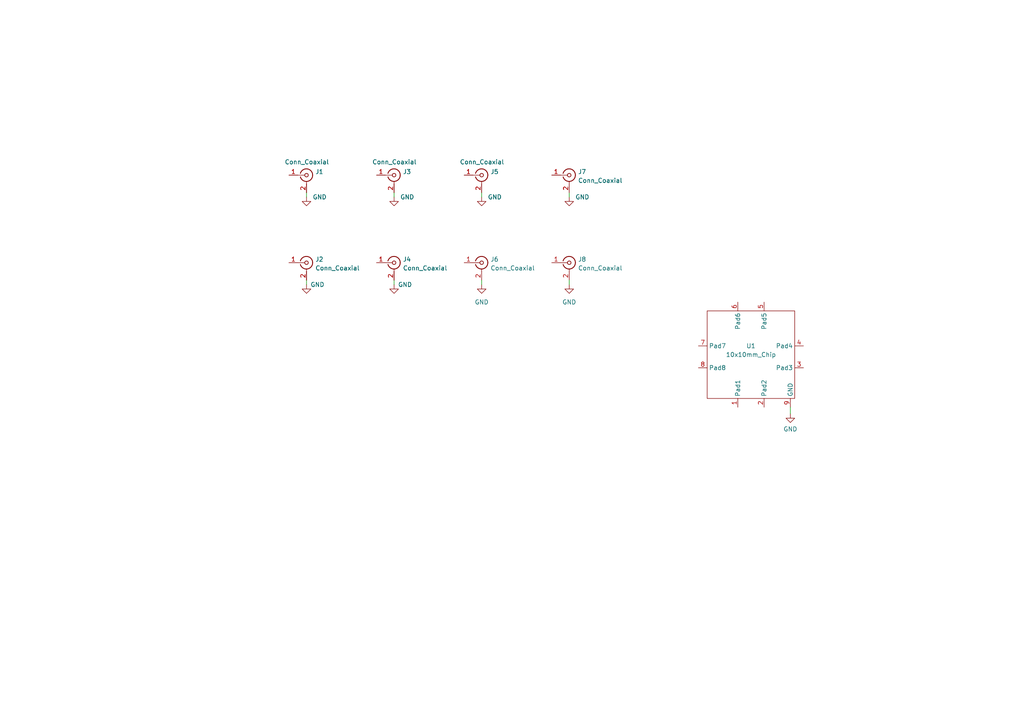
<source format=kicad_sch>
(kicad_sch (version 20211123) (generator eeschema)
  (paper "A4")
  (lib_symbols
    (symbol "Connector:Conn_Coaxial" (pin_names (offset 1.016) hide)
      (property "Reference" "J" (at 0.254 3.048 0))
      (property "Value" "Conn_Coaxial" (at 2.921 0 90))
      (symbol "Conn_Coaxial_0_1"
        (arc (start -1.778 -0.508) (mid 0.222 -1.808) (end 1.778 0) (stroke (width 0.254)))
        (polyline (pts (xy -2.54 0) (xy -0.508 0)))
        (polyline (pts (xy 0 -2.54) (xy 0 -1.778)))
        (circle (center 0 0) (radius 0.508) (stroke (width 0.2032)))
        (arc (start 1.778 0) (mid 0.222 1.8083) (end -1.778 0.508) (stroke (width 0.254)))
      )
      (symbol "Conn_Coaxial_1_1"
        (pin passive line (at -5.08 0 0) (length 2.54) (name "In") (number "1"))
        (pin passive line (at 0 -5.08 90) (length 2.54) (name "Ext") (number "2"))
      )
    )
    (symbol "QT:10x10mm_Chip"
      (property "Reference" "U" (at 0 0 0))
      (property "Value" "10x10mm_Chip" (at 0 3.81 0))
      (symbol "10x10mm_Chip_0_1"
        (rectangle (start -12.7 12.7) (end 12.7 -12.7))
      )
      (symbol "10x10mm_Chip_1_1"
        (pin input line (at -3.81 -15.24 90) (length 2.54) (name "Pad1") (number "1"))
        (pin input line (at 3.81 -15.24 90) (length 2.54) (name "Pad2") (number "2"))
        (pin input line (at 15.24 -3.81 180) (length 2.54) (name "Pad3") (number "3"))
        (pin input line (at 15.24 2.54 180) (length 2.54) (name "Pad4") (number "4"))
        (pin input line (at 3.81 15.24 270) (length 2.54) (name "Pad5") (number "5"))
        (pin input line (at -3.81 15.24 270) (length 2.54) (name "Pad6") (number "6"))
        (pin input line (at -15.24 2.54 0) (length 2.54) (name "Pad7") (number "7"))
        (pin input line (at -15.24 -3.81 0) (length 2.54) (name "Pad8") (number "8"))
        (pin input line (at 11.43 -15.24 90) (length 2.54) (name "GND") (number "9"))
      )
    )
    (symbol "power:GND" (power) (pin_names (offset 0))
      (property "Value" "GND" (at 0 -3.81 0))
      (symbol "GND_0_1"
        (polyline (pts (xy 0 0) (xy 0 -1.27) (xy 1.27 -1.27) (xy 0 -2.54) (xy -1.27 -1.27) (xy 0 -1.27)))
      )
      (symbol "GND_1_1"
        (pin power_in line (at 0 0 270) (length 0) hide (name "GND") (number "1"))
      )
    )
  )
  (wire (pts (xy 229.235 118.11) (xy 229.235 120.015)))
  (wire (pts (xy 139.7 55.88) (xy 139.7 57.15)))
  (wire (pts (xy 165.1 81.28) (xy 165.1 82.55)))
  (wire (pts (xy 114.3 55.88) (xy 114.3 57.15)))
  (wire (pts (xy 165.1 55.88) (xy 165.1 57.15)))
  (wire (pts (xy 88.9 81.28) (xy 88.9 82.55)))
  (wire (pts (xy 88.9 55.88) (xy 88.9 57.15)))
  (wire (pts (xy 114.3 81.28) (xy 114.3 82.55)))
  (wire (pts (xy 139.7 81.28) (xy 139.7 82.55)))
  (symbol (lib_id "power:GND") (at 165.1 82.55 0) (unit 1)
    (property "Reference" "#PWR0104" (effects hide))
    (property "Value" "GND" (at 165.1 87.63 0))
  )
  (symbol (lib_id "Connector:Conn_Coaxial") (at 165.1 50.8 0) (unit 1)
    (property "Reference" "J7" (at 167.64 49.8231 0) (effects (justify left)))
    (property "Value" "Conn_Coaxial" (at 167.64 52.3631 0) (effects (justify left)))
    (property "Footprint" "QT:SV Microwave 2921-40049-1S" (effects hide))
    (property "Datasheet" " ~" (effects hide))
  )
  (symbol (lib_id "Connector:Conn_Coaxial") (at 139.7 50.8 0) (unit 1)
    (property "Reference" "J5" (at 142.24 49.8231 0) (effects (justify left)))
    (property "Value" "Conn_Coaxial" (at 133.35 46.99 0) (effects (justify left)))
    (property "Footprint" "QT:SV Microwave 2921-40049-1S" (effects hide))
    (property "Datasheet" " ~" (effects hide))
  )
  (symbol (lib_id "power:GND") (at 139.7 82.55 0) (unit 1)
    (property "Reference" "#PWR0108" (effects hide))
    (property "Value" "GND" (at 139.7 87.63 0))
  )
  (symbol (lib_id "power:GND") (at 229.235 120.015 0) (unit 1)
    (property "Reference" "#PWR0109" (effects hide))
    (property "Value" "GND" (at 229.235 124.46 0))
  )
  (symbol (lib_id "power:GND") (at 88.9 57.15 0) (unit 1)
    (property "Reference" "#PWR0101" (effects hide))
    (property "Value" "GND" (at 92.71 57.15 0))
  )
  (symbol (lib_id "Connector:Conn_Coaxial") (at 165.1 76.2 0) (unit 1)
    (property "Reference" "J8" (at 167.64 75.2231 0) (effects (justify left)))
    (property "Value" "Conn_Coaxial" (at 167.64 77.7631 0) (effects (justify left)))
    (property "Footprint" "QT:SV Microwave 2921-40049-1S" (effects hide))
    (property "Datasheet" " ~" (effects hide))
  )
  (symbol (lib_id "Connector:Conn_Coaxial") (at 114.3 76.2 0) (unit 1)
    (property "Reference" "J4" (at 116.84 75.2231 0) (effects (justify left)))
    (property "Value" "Conn_Coaxial" (at 116.84 77.7631 0) (effects (justify left)))
    (property "Footprint" "QT:SV Microwave 2921-40049-1S" (effects hide))
    (property "Datasheet" " ~" (effects hide))
  )
  (symbol (lib_id "Connector:Conn_Coaxial") (at 139.7 76.2 0) (unit 1)
    (property "Reference" "J6" (at 142.24 75.2231 0) (effects (justify left)))
    (property "Value" "Conn_Coaxial" (at 142.24 77.7631 0) (effects (justify left)))
    (property "Footprint" "QT:SV Microwave 2921-40049-1S" (effects hide))
    (property "Datasheet" " ~" (effects hide))
  )
  (symbol (lib_id "power:GND") (at 114.3 57.15 0) (unit 1)
    (property "Reference" "#PWR0102" (effects hide))
    (property "Value" "GND" (at 118.11 57.15 0))
  )
  (symbol (lib_id "Connector:Conn_Coaxial") (at 114.3 50.8 0) (unit 1)
    (property "Reference" "J3" (at 116.84 49.8231 0) (effects (justify left)))
    (property "Value" "Conn_Coaxial" (at 107.95 46.99 0) (effects (justify left)))
    (property "Footprint" "QT:SV Microwave 2921-40049-1S" (effects hide))
    (property "Datasheet" " ~" (effects hide))
  )
  (symbol (lib_id "QT:10x10mm_Chip") (at 217.805 102.87 0) (unit 1)
    (property "Reference" "U1" (at 217.805 100.33 0))
    (property "Value" "10x10mm_Chip" (at 217.805 102.87 0))
    (property "Footprint" "QT:7x7mm_Chip" (effects hide))
  )
  (symbol (lib_id "power:GND") (at 88.9 82.55 0) (unit 1)
    (property "Reference" "#PWR0106" (effects hide))
    (property "Value" "GND" (at 92.075 82.55 0))
  )
  (symbol (lib_id "power:GND") (at 139.7 57.15 0) (unit 1)
    (property "Reference" "#PWR0107" (effects hide))
    (property "Value" "GND" (at 143.51 57.15 0))
  )
  (symbol (lib_id "Connector:Conn_Coaxial") (at 88.9 50.8 0) (unit 1)
    (property "Reference" "J1" (at 91.44 49.8231 0) (effects (justify left)))
    (property "Value" "Conn_Coaxial" (at 82.55 46.99 0) (effects (justify left)))
    (property "Footprint" "QT:SV Microwave 2921-40049-1S" (effects hide))
    (property "Datasheet" " ~" (effects hide))
  )
  (symbol (lib_id "Connector:Conn_Coaxial") (at 88.9 76.2 0) (unit 1)
    (property "Reference" "J2" (at 91.44 75.2231 0) (effects (justify left)))
    (property "Value" "Conn_Coaxial" (at 91.44 77.7631 0) (effects (justify left)))
    (property "Footprint" "QT:SV Microwave 2921-40049-1S" (effects hide))
    (property "Datasheet" " ~" (effects hide))
  )
  (symbol (lib_id "power:GND") (at 114.3 82.55 0) (unit 1)
    (property "Reference" "#PWR0105" (effects hide))
    (property "Value" "GND" (at 117.475 82.55 0))
  )
  (symbol (lib_id "power:GND") (at 165.1 57.15 0) (unit 1)
    (property "Reference" "#PWR0103" (effects hide))
    (property "Value" "GND" (at 168.91 57.15 0))
  )
)
</source>
